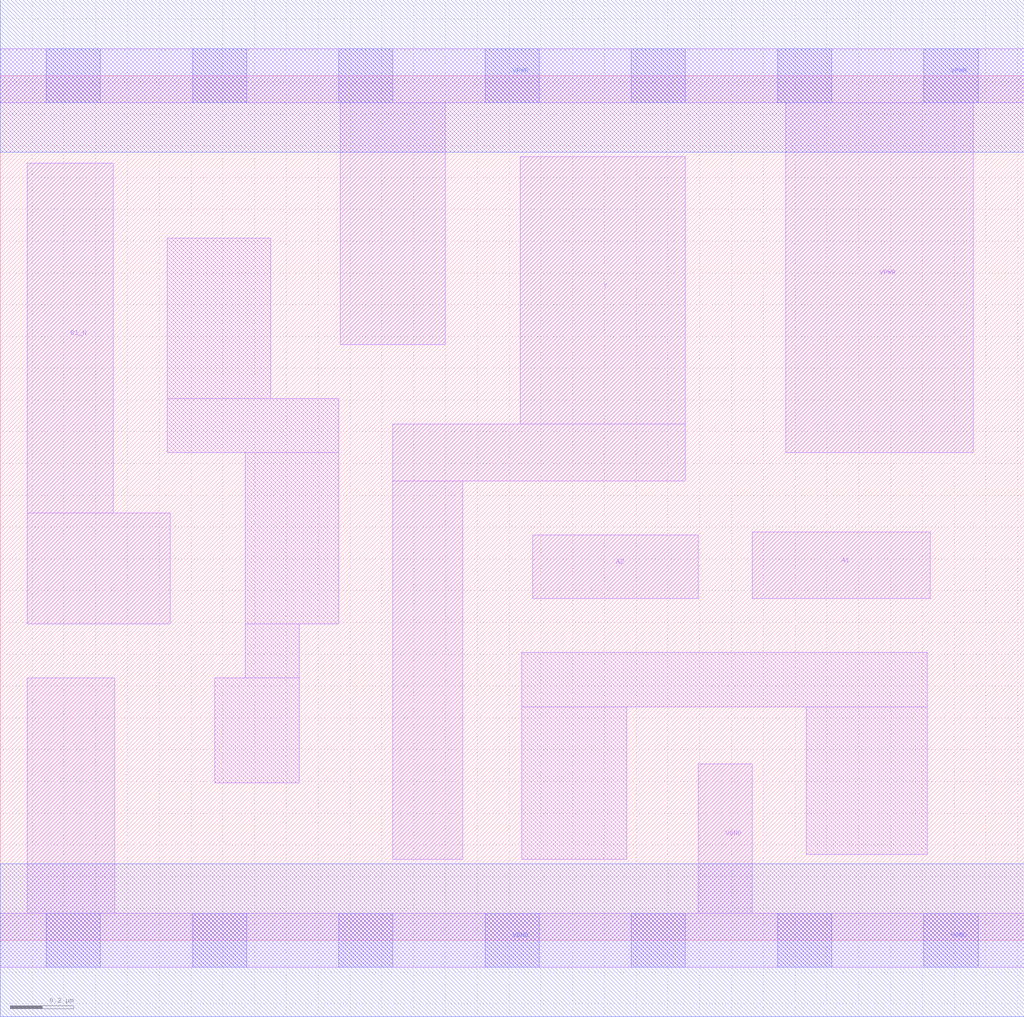
<source format=lef>
# Copyright 2020 The SkyWater PDK Authors
#
# Licensed under the Apache License, Version 2.0 (the "License");
# you may not use this file except in compliance with the License.
# You may obtain a copy of the License at
#
#     https://www.apache.org/licenses/LICENSE-2.0
#
# Unless required by applicable law or agreed to in writing, software
# distributed under the License is distributed on an "AS IS" BASIS,
# WITHOUT WARRANTIES OR CONDITIONS OF ANY KIND, either express or implied.
# See the License for the specific language governing permissions and
# limitations under the License.
#
# SPDX-License-Identifier: Apache-2.0

VERSION 5.7 ;
  NAMESCASESENSITIVE ON ;
  NOWIREEXTENSIONATPIN ON ;
  DIVIDERCHAR "/" ;
  BUSBITCHARS "[]" ;
UNITS
  DATABASE MICRONS 200 ;
END UNITS
PROPERTYDEFINITIONS
  MACRO maskLayoutSubType STRING ;
  MACRO prCellType STRING ;
  MACRO originalViewName STRING ;
END PROPERTYDEFINITIONS
MACRO sky130_fd_sc_hdll__o21bai_1
  CLASS CORE ;
  FOREIGN sky130_fd_sc_hdll__o21bai_1 ;
  ORIGIN  0.000000  0.000000 ;
  SIZE  3.220000 BY  2.720000 ;
  SYMMETRY X Y R90 ;
  SITE unithd ;
  PIN A1
    ANTENNAGATEAREA  0.277500 ;
    DIRECTION INPUT ;
    USE SIGNAL ;
    PORT
      LAYER li1 ;
        RECT 2.365000 1.075000 2.925000 1.285000 ;
    END
  END A1
  PIN A2
    ANTENNAGATEAREA  0.277500 ;
    DIRECTION INPUT ;
    USE SIGNAL ;
    PORT
      LAYER li1 ;
        RECT 1.675000 1.075000 2.195000 1.275000 ;
    END
  END A2
  PIN B1_N
    ANTENNAGATEAREA  0.138600 ;
    DIRECTION INPUT ;
    USE SIGNAL ;
    PORT
      LAYER li1 ;
        RECT 0.085000 0.995000 0.535000 1.345000 ;
        RECT 0.085000 1.345000 0.355000 2.445000 ;
    END
  END B1_N
  PIN Y
    ANTENNADIFFAREA  0.521500 ;
    DIRECTION OUTPUT ;
    USE SIGNAL ;
    PORT
      LAYER li1 ;
        RECT 1.235000 0.255000 1.455000 1.445000 ;
        RECT 1.235000 1.445000 2.155000 1.625000 ;
        RECT 1.635000 1.625000 2.155000 2.465000 ;
    END
  END Y
  PIN VGND
    DIRECTION INOUT ;
    USE GROUND ;
    PORT
      LAYER li1 ;
        RECT 0.000000 -0.085000 3.220000 0.085000 ;
        RECT 0.085000  0.085000 0.360000 0.825000 ;
        RECT 2.195000  0.085000 2.365000 0.555000 ;
      LAYER mcon ;
        RECT 0.145000 -0.085000 0.315000 0.085000 ;
        RECT 0.605000 -0.085000 0.775000 0.085000 ;
        RECT 1.065000 -0.085000 1.235000 0.085000 ;
        RECT 1.525000 -0.085000 1.695000 0.085000 ;
        RECT 1.985000 -0.085000 2.155000 0.085000 ;
        RECT 2.445000 -0.085000 2.615000 0.085000 ;
        RECT 2.905000 -0.085000 3.075000 0.085000 ;
      LAYER met1 ;
        RECT 0.000000 -0.240000 3.220000 0.240000 ;
    END
  END VGND
  PIN VPWR
    DIRECTION INOUT ;
    USE POWER ;
    PORT
      LAYER li1 ;
        RECT 0.000000 2.635000 3.220000 2.805000 ;
        RECT 1.070000 1.875000 1.400000 2.635000 ;
        RECT 2.470000 1.535000 3.060000 2.635000 ;
      LAYER mcon ;
        RECT 0.145000 2.635000 0.315000 2.805000 ;
        RECT 0.605000 2.635000 0.775000 2.805000 ;
        RECT 1.065000 2.635000 1.235000 2.805000 ;
        RECT 1.525000 2.635000 1.695000 2.805000 ;
        RECT 1.985000 2.635000 2.155000 2.805000 ;
        RECT 2.445000 2.635000 2.615000 2.805000 ;
        RECT 2.905000 2.635000 3.075000 2.805000 ;
      LAYER met1 ;
        RECT 0.000000 2.480000 3.220000 2.960000 ;
    END
  END VPWR
  OBS
    LAYER li1 ;
      RECT 0.525000 1.535000 1.065000 1.705000 ;
      RECT 0.525000 1.705000 0.850000 2.210000 ;
      RECT 0.675000 0.495000 0.940000 0.825000 ;
      RECT 0.770000 0.825000 0.940000 0.995000 ;
      RECT 0.770000 0.995000 1.065000 1.535000 ;
      RECT 1.640000 0.255000 1.970000 0.735000 ;
      RECT 1.640000 0.735000 2.915000 0.905000 ;
      RECT 2.535000 0.270000 2.915000 0.735000 ;
  END
  PROPERTY maskLayoutSubType "abstract" ;
  PROPERTY prCellType "standard" ;
  PROPERTY originalViewName "layout" ;
END sky130_fd_sc_hdll__o21bai_1

</source>
